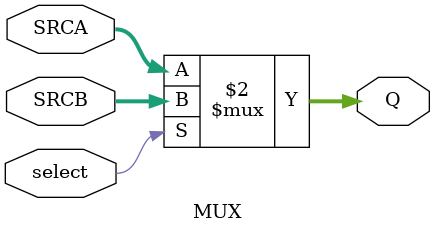
<source format=v>

module MUX(
	input [15:0] SRCA, input[15:0] SRCB, input select,
	output reg [15:0] Q
);


assign Q = (select == 0 ) ? SRCA : SRCB;

endmodule
</source>
